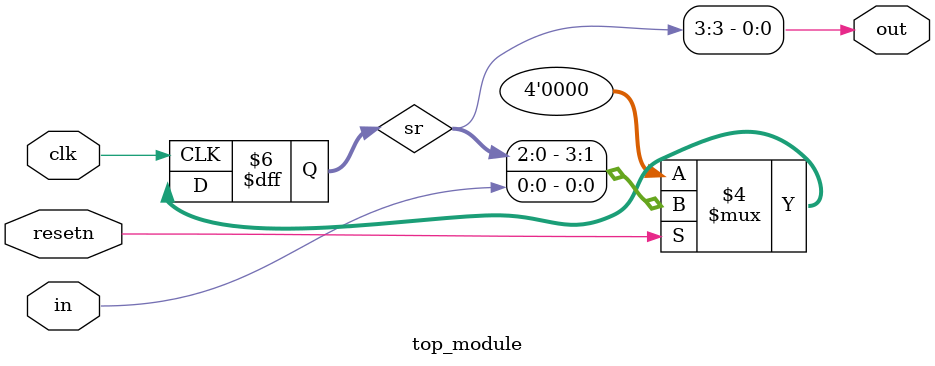
<source format=sv>
module top_module (
    input clk,
    input resetn,
    input in,
    output out
);

    reg [3:0] sr; // 4-bit shift register

    always @(posedge clk) begin
        if (!resetn) begin
            sr <= 4'b0000; // Reset the register to all zeros
        end
        else begin
            sr <= {sr[2:0], in}; // Shift left and load input into LSB
        end
    end

    assign out = sr[3]; // Output the most significant bit

endmodule

</source>
